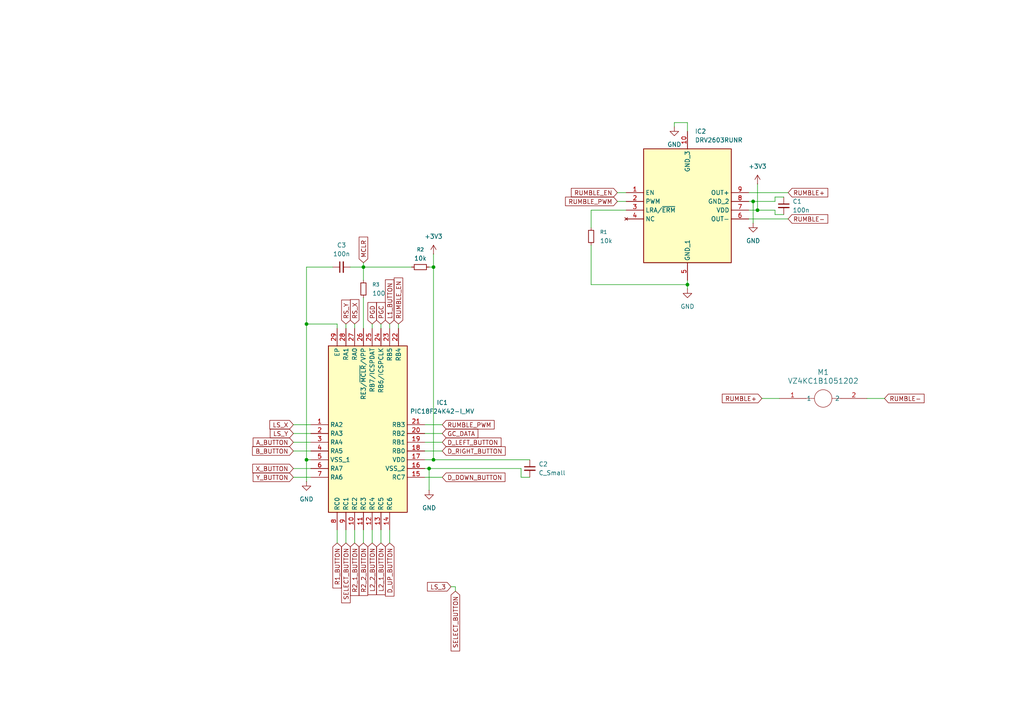
<source format=kicad_sch>
(kicad_sch (version 20250114) (generator "eeschema") (generator_version "9.0")
  (paper "A4")
  (lib_symbols
    (symbol "2025-07-19_18-08-26:VZ4KC1B1051202" (pin_names (offset 0.254))
      (property "Reference" "M" (at 12.7 7.62 0))
      (property "Value" "VZ4KC1B1051202" (at 12.7 5.08 0))
      (symbol "VZ4KC1B1051202_0_1"
        (polyline (pts (xy 7.62 0) (xy 10.16 0)) (stroke (width 0.127)))
        (circle (center 12.7 0) (radius 2.54) (stroke (width 0.127)))
        (polyline (pts (xy 15.24 0) (xy 17.78 0)) (stroke (width 0.127)))
        (pin unspecified line (at 0 0 0) (length 7.62) (name "1") (number "1"))
        (pin unspecified line (at 25.4 0 180) (length 7.62) (name "2") (number "2"))
      )
    )
    (symbol "Device:C_Small" (pin_numbers (hide yes)) (pin_names (offset 0.254) (hide yes))
      (property "Reference" "C" (at 0.254 1.778 0))
      (property "Value" "C_Small" (at 0.254 -2.032 0))
      (symbol "C_Small_0_1"
        (polyline (pts (xy -1.524 0.508) (xy 1.524 0.508)) (stroke (width 0.3048)))
        (polyline (pts (xy -1.524 -0.508) (xy 1.524 -0.508)) (stroke (width 0.3302)))
      )
      (symbol "C_Small_1_1"
        (pin passive line (at 0 2.54 270) (length 2.032) (name "~") (number "1"))
        (pin passive line (at 0 -2.54 90) (length 2.032) (name "~") (number "2"))
      )
    )
    (symbol "Device:R_Small" (pin_numbers (hide yes)) (pin_names (offset 0.254) (hide yes))
      (property "Reference" "R" (at 0 0 90))
      (property "Value" "R_Small" (at 1.778 0 90))
      (symbol "R_Small_0_1"
        (rectangle (start -0.762 1.778) (end 0.762 -1.778) (stroke (width 0.2032)))
      )
      (symbol "R_Small_1_1"
        (pin passive line (at 0 2.54 270) (length 0.762) (name "~") (number "1"))
        (pin passive line (at 0 -2.54 90) (length 0.762) (name "~") (number "2"))
      )
    )
    (symbol "SamacSys_Parts:DRV2603RUNR"
      (property "Reference" "IC" (at 31.75 17.78 0))
      (property "Value" "DRV2603RUNR" (at 31.75 15.24 0))
      (symbol "DRV2603RUNR_1_1"
        (rectangle (start 5.08 12.7) (end 30.48 -20.32) (stroke (width 0.254)) (fill (type background)))
        (pin input line (at 0 0 0) (length 5.08) (name "EN") (number "1"))
        (pin input line (at 0 -2.54 0) (length 5.08) (name "PWM") (number "2"))
        (pin input line (at 0 -5.08 0) (length 5.08) (name "LRA/~{ERM}") (number "3"))
        (pin no_connect line (at 0 -7.62 0) (length 5.08) (name "NC") (number "4"))
        (pin power_in line (at 17.78 17.78 270) (length 5.08) (name "GND_3") (number "10"))
        (pin power_in line (at 17.78 -25.4 90) (length 5.08) (name "GND_1") (number "5"))
        (pin output line (at 35.56 0 180) (length 5.08) (name "OUT+") (number "9"))
        (pin power_in line (at 35.56 -2.54 180) (length 5.08) (name "GND_2") (number "8"))
        (pin power_in line (at 35.56 -5.08 180) (length 5.08) (name "VDD") (number "7"))
        (pin output line (at 35.56 -7.62 180) (length 5.08) (name "OUT-") (number "6"))
      )
    )
    (symbol "SamacSys_Parts:PIC18F24K42-I_MV"
      (property "Reference" "IC" (at 29.21 27.94 0))
      (property "Value" "PIC18F24K42-I_MV" (at 29.21 25.4 0))
      (symbol "PIC18F24K42-I_MV_1_1"
        (rectangle (start 5.08 22.86) (end 27.94 -25.4) (stroke (width 0.254)) (fill (type background)))
        (pin passive line (at 0 0 0) (length 5.08) (name "RA2") (number "1"))
        (pin passive line (at 0 -2.54 0) (length 5.08) (name "RA3") (number "2"))
        (pin passive line (at 0 -5.08 0) (length 5.08) (name "RA4") (number "3"))
        (pin passive line (at 0 -7.62 0) (length 5.08) (name "RA5") (number "4"))
        (pin passive line (at 0 -10.16 0) (length 5.08) (name "VSS_1") (number "5"))
        (pin passive line (at 0 -12.7 0) (length 5.08) (name "RA7") (number "6"))
        (pin passive line (at 0 -15.24 0) (length 5.08) (name "RA6") (number "7"))
        (pin passive line (at 7.62 27.94 270) (length 5.08) (name "EP") (number "29"))
        (pin passive line (at 7.62 -30.48 90) (length 5.08) (name "RC0") (number "8"))
        (pin passive line (at 10.16 27.94 270) (length 5.08) (name "RA1") (number "28"))
        (pin passive line (at 10.16 -30.48 90) (length 5.08) (name "RC1") (number "9"))
        (pin passive line (at 12.7 27.94 270) (length 5.08) (name "RA0") (number "27"))
        (pin passive line (at 12.7 -30.48 90) (length 5.08) (name "RC2") (number "10"))
        (pin passive line (at 15.24 27.94 270) (length 5.08) (name "RE3/~{MCLR}/VPP") (number "26"))
        (pin passive line (at 15.24 -30.48 90) (length 5.08) (name "RC3") (number "11"))
        (pin passive line (at 17.78 27.94 270) (length 5.08) (name "RB7/ICSPDAT") (number "25"))
        (pin passive line (at 17.78 -30.48 90) (length 5.08) (name "RC4") (number "12"))
        (pin passive line (at 20.32 27.94 270) (length 5.08) (name "RB6/ICSPCLK") (number "24"))
        (pin passive line (at 20.32 -30.48 90) (length 5.08) (name "RC5") (number "13"))
        (pin passive line (at 22.86 27.94 270) (length 5.08) (name "RB5") (number "23"))
        (pin passive line (at 22.86 -30.48 90) (length 5.08) (name "RC6") (number "14"))
        (pin passive line (at 25.4 27.94 270) (length 5.08) (name "RB4") (number "22"))
        (pin passive line (at 33.02 0 180) (length 5.08) (name "RB3") (number "21"))
        (pin passive line (at 33.02 -2.54 180) (length 5.08) (name "RB2") (number "20"))
        (pin passive line (at 33.02 -5.08 180) (length 5.08) (name "RB1") (number "19"))
        (pin passive line (at 33.02 -7.62 180) (length 5.08) (name "RB0") (number "18"))
        (pin passive line (at 33.02 -10.16 180) (length 5.08) (name "VDD") (number "17"))
        (pin passive line (at 33.02 -12.7 180) (length 5.08) (name "VSS_2") (number "16"))
        (pin passive line (at 33.02 -15.24 180) (length 5.08) (name "RC7") (number "15"))
      )
    )
    (symbol "power:+3V3" (power) (pin_numbers (hide yes)) (pin_names (offset 0) (hide yes))
      (property "Value" "+3V3" (at 0 3.556 0))
      (symbol "+3V3_0_1"
        (polyline (pts (xy -0.762 1.27) (xy 0 2.54)))
        (polyline (pts (xy 0 2.54) (xy 0.762 1.27)))
        (polyline (pts (xy 0 0) (xy 0 2.54)))
      )
      (symbol "+3V3_1_1"
        (pin power_in line (at 0 0 90) (length 0) (name "~") (number "1"))
      )
    )
    (symbol "power:GND" (power) (pin_numbers (hide yes)) (pin_names (offset 0) (hide yes))
      (property "Value" "GND" (at 0 -3.81 0))
      (symbol "GND_0_1"
        (polyline (pts (xy 0 0) (xy 0 -1.27) (xy 1.27 -1.27) (xy 0 -2.54) (xy -1.27 -1.27) (xy 0 -1.27)))
      )
      (symbol "GND_1_1"
        (pin power_in line (at 0 0 270) (length 0) (name "~") (number "1"))
      )
    )
  )
  (junction (at 88.9 133.35))
  (junction (at 125.73 77.47))
  (junction (at 125.73 133.35))
  (junction (at 219.71 60.96))
  (junction (at 124.46 135.89))
  (junction (at 199.39 82.55))
  (junction (at 88.9 93.98))
  (junction (at 218.44 58.42))
  (junction (at 105.41 77.47))
  (wire (pts (xy 224.79 57.15) (xy 227.33 57.15)))
  (wire (pts (xy 128.27 130.81) (xy 123.19 130.81)))
  (wire (pts (xy 220.98 115.57) (xy 226.06 115.57)))
  (wire (pts (xy 171.45 60.96) (xy 171.45 66.04)))
  (wire (pts (xy 85.09 130.81) (xy 90.17 130.81)))
  (wire (pts (xy 217.17 60.96) (xy 219.71 60.96)))
  (wire (pts (xy 181.61 60.96) (xy 171.45 60.96)))
  (wire (pts (xy 199.39 35.56) (xy 195.58 35.56)))
  (wire (pts (xy 217.17 55.88) (xy 228.6 55.88)))
  (wire (pts (xy 88.9 93.98) (xy 88.9 133.35)))
  (wire (pts (xy 85.09 128.27) (xy 90.17 128.27)))
  (wire (pts (xy 128.27 128.27) (xy 123.19 128.27)))
  (wire (pts (xy 85.09 138.43) (xy 90.17 138.43)))
  (wire (pts (xy 256.54 115.57) (xy 251.46 115.57)))
  (wire (pts (xy 113.03 157.48) (xy 113.03 153.67)))
  (wire (pts (xy 100.33 157.48) (xy 100.33 153.67)))
  (wire (pts (xy 224.79 58.42) (xy 224.79 57.15)))
  (wire (pts (xy 125.73 133.35) (xy 123.19 133.35)))
  (wire (pts (xy 88.9 133.35) (xy 90.17 133.35)))
  (wire (pts (xy 124.46 77.47) (xy 125.73 77.47)))
  (wire (pts (xy 88.9 139.7) (xy 88.9 133.35)))
  (wire (pts (xy 97.79 157.48) (xy 97.79 153.67)))
  (wire (pts (xy 110.49 93.98) (xy 110.49 95.25)))
  (wire (pts (xy 85.09 125.73) (xy 90.17 125.73)))
  (wire (pts (xy 124.46 142.24) (xy 124.46 135.89)))
  (wire (pts (xy 97.79 95.25) (xy 97.79 93.98)))
  (wire (pts (xy 105.41 86.36) (xy 105.41 95.25)))
  (wire (pts (xy 218.44 58.42) (xy 224.79 58.42)))
  (wire (pts (xy 179.07 58.42) (xy 181.61 58.42)))
  (wire (pts (xy 128.27 125.73) (xy 123.19 125.73)))
  (wire (pts (xy 199.39 81.28) (xy 199.39 82.55)))
  (wire (pts (xy 132.08 170.18) (xy 132.08 171.45)))
  (wire (pts (xy 125.73 77.47) (xy 125.73 133.35)))
  (wire (pts (xy 113.03 93.98) (xy 113.03 95.25)))
  (wire (pts (xy 218.44 58.42) (xy 218.44 64.77)))
  (wire (pts (xy 128.27 123.19) (xy 123.19 123.19)))
  (wire (pts (xy 105.41 77.47) (xy 105.41 81.28)))
  (wire (pts (xy 107.95 157.48) (xy 107.95 153.67)))
  (wire (pts (xy 130.81 170.18) (xy 132.08 170.18)))
  (wire (pts (xy 97.79 93.98) (xy 88.9 93.98)))
  (wire (pts (xy 124.46 135.89) (xy 123.19 135.89)))
  (wire (pts (xy 85.09 135.89) (xy 90.17 135.89)))
  (wire (pts (xy 102.87 93.98) (xy 102.87 95.25)))
  (wire (pts (xy 105.41 77.47) (xy 119.38 77.47)))
  (wire (pts (xy 153.67 138.43) (xy 151.13 138.43)))
  (wire (pts (xy 110.49 157.48) (xy 110.49 153.67)))
  (wire (pts (xy 124.46 135.89) (xy 151.13 135.89)))
  (wire (pts (xy 105.41 157.48) (xy 105.41 153.67)))
  (wire (pts (xy 199.39 83.82) (xy 199.39 82.55)))
  (wire (pts (xy 96.52 77.47) (xy 88.9 77.47)))
  (wire (pts (xy 107.95 93.98) (xy 107.95 95.25)))
  (wire (pts (xy 224.79 60.96) (xy 224.79 62.23)))
  (wire (pts (xy 151.13 138.43) (xy 151.13 135.89)))
  (wire (pts (xy 101.6 77.47) (xy 105.41 77.47)))
  (wire (pts (xy 105.41 76.2) (xy 105.41 77.47)))
  (wire (pts (xy 171.45 82.55) (xy 199.39 82.55)))
  (wire (pts (xy 88.9 77.47) (xy 88.9 93.98)))
  (wire (pts (xy 195.58 35.56) (xy 195.58 36.83)))
  (wire (pts (xy 171.45 71.12) (xy 171.45 82.55)))
  (wire (pts (xy 125.73 133.35) (xy 153.67 133.35)))
  (wire (pts (xy 219.71 53.34) (xy 219.71 60.96)))
  (wire (pts (xy 219.71 60.96) (xy 224.79 60.96)))
  (wire (pts (xy 115.57 93.98) (xy 115.57 95.25)))
  (wire (pts (xy 125.73 73.66) (xy 125.73 77.47)))
  (wire (pts (xy 85.09 123.19) (xy 90.17 123.19)))
  (wire (pts (xy 224.79 62.23) (xy 227.33 62.23)))
  (wire (pts (xy 199.39 38.1) (xy 199.39 35.56)))
  (wire (pts (xy 179.07 55.88) (xy 181.61 55.88)))
  (wire (pts (xy 102.87 157.48) (xy 102.87 153.67)))
  (wire (pts (xy 128.27 138.43) (xy 123.19 138.43)))
  (wire (pts (xy 217.17 63.5) (xy 228.6 63.5)))
  (wire (pts (xy 100.33 93.98) (xy 100.33 95.25)))
  (wire (pts (xy 217.17 58.42) (xy 218.44 58.42)))
  (global_label "D_UP_BUTTON" (shape input) (at 113.03 157.48 270) (property "Intersheetrefs" "${INTERSHEET_REFS}" (effects (hide yes))))
  (global_label "RUMBLE-" (shape input) (at 256.54 115.57 0) (property "Intersheetrefs" "${INTERSHEET_REFS}" (effects (hide yes))))
  (global_label "RUMBLE+" (shape input) (at 220.98 115.57 180) (property "Intersheetrefs" "${INTERSHEET_REFS}" (effects (hide yes))))
  (global_label "D_DOWN_BUTTON" (shape input) (at 128.27 138.43 0) (property "Intersheetrefs" "${INTERSHEET_REFS}" (effects (hide yes))))
  (global_label "Y_BUTTON" (shape input) (at 85.09 138.43 180) (property "Intersheetrefs" "${INTERSHEET_REFS}" (effects (hide yes))))
  (global_label "SELECT_BUTTON" (shape input) (at 100.33 157.48 270) (property "Intersheetrefs" "${INTERSHEET_REFS}" (effects (hide yes))))
  (global_label "L1_BUTTON" (shape input) (at 113.03 93.98 90) (property "Intersheetrefs" "${INTERSHEET_REFS}" (effects (hide yes))))
  (global_label "R2_1_BUTTON" (shape input) (at 102.87 157.48 270) (property "Intersheetrefs" "${INTERSHEET_REFS}" (effects (hide yes))))
  (global_label "B_BUTTON" (shape input) (at 85.09 130.81 180) (property "Intersheetrefs" "${INTERSHEET_REFS}" (effects (hide yes))))
  (global_label "R2_2_BUTTON" (shape input) (at 105.41 157.48 270) (property "Intersheetrefs" "${INTERSHEET_REFS}" (effects (hide yes))))
  (global_label "PGC" (shape input) (at 110.49 93.98 90) (property "Intersheetrefs" "${INTERSHEET_REFS}" (effects (hide yes))))
  (global_label "RUMBLE_PWM" (shape input) (at 128.27 123.19 0) (property "Intersheetrefs" "${INTERSHEET_REFS}" (effects (hide yes))))
  (global_label "X_BUTTON" (shape input) (at 85.09 135.89 180) (property "Intersheetrefs" "${INTERSHEET_REFS}" (effects (hide yes))))
  (global_label "D_RIGHT_BUTTON" (shape input) (at 128.27 130.81 0) (property "Intersheetrefs" "${INTERSHEET_REFS}" (effects (hide yes))))
  (global_label "SELECT_BUTTON" (shape input) (at 132.08 171.45 270) (property "Intersheetrefs" "${INTERSHEET_REFS}" (effects (hide yes))))
  (global_label "R1_BUTTON" (shape input) (at 97.79 157.48 270) (property "Intersheetrefs" "${INTERSHEET_REFS}" (effects (hide yes))))
  (global_label "LS_X" (shape input) (at 85.09 123.19 180) (property "Intersheetrefs" "${INTERSHEET_REFS}" (effects (hide yes))))
  (global_label "L2_2_BUTTON" (shape input) (at 107.95 157.48 270) (property "Intersheetrefs" "${INTERSHEET_REFS}" (effects (hide yes))))
  (global_label "RUMBLE_PWM" (shape input) (at 179.07 58.42 180) (property "Intersheetrefs" "${INTERSHEET_REFS}" (effects (hide yes))))
  (global_label "RS_X" (shape input) (at 102.87 93.98 90) (property "Intersheetrefs" "${INTERSHEET_REFS}" (effects (hide yes))))
  (global_label "LS_3" (shape input) (at 130.81 170.18 180) (property "Intersheetrefs" "${INTERSHEET_REFS}" (effects (hide yes))))
  (global_label "RUMBLE-" (shape input) (at 228.6 63.5 0) (property "Intersheetrefs" "${INTERSHEET_REFS}" (effects (hide yes))))
  (global_label "GC_DATA" (shape input) (at 128.27 125.73 0) (property "Intersheetrefs" "${INTERSHEET_REFS}" (effects (hide yes))))
  (global_label "RUMBLE_EN" (shape input) (at 115.57 93.98 90) (property "Intersheetrefs" "${INTERSHEET_REFS}" (effects (hide yes))))
  (global_label "RUMBLE+" (shape input) (at 228.6 55.88 0) (property "Intersheetrefs" "${INTERSHEET_REFS}" (effects (hide yes))))
  (global_label "A_BUTTON" (shape input) (at 85.09 128.27 180) (property "Intersheetrefs" "${INTERSHEET_REFS}" (effects (hide yes))))
  (global_label "LS_Y" (shape input) (at 85.09 125.73 180) (property "Intersheetrefs" "${INTERSHEET_REFS}" (effects (hide yes))))
  (global_label "MCLR" (shape input) (at 105.41 76.2 90) (property "Intersheetrefs" "${INTERSHEET_REFS}" (effects (hide yes))))
  (global_label "RUMBLE_EN" (shape input) (at 179.07 55.88 180) (property "Intersheetrefs" "${INTERSHEET_REFS}" (effects (hide yes))))
  (global_label "PGD" (shape input) (at 107.95 93.98 90) (property "Intersheetrefs" "${INTERSHEET_REFS}" (effects (hide yes))))
  (global_label "L2_1_BUTTON" (shape input) (at 110.49 157.48 270) (property "Intersheetrefs" "${INTERSHEET_REFS}" (effects (hide yes))))
  (global_label "RS_Y" (shape input) (at 100.33 93.98 90) (property "Intersheetrefs" "${INTERSHEET_REFS}" (effects (hide yes))))
  (global_label "D_LEFT_BUTTON" (shape input) (at 128.27 128.27 0) (property "Intersheetrefs" "${INTERSHEET_REFS}" (effects (hide yes))))
  (symbol (lib_id "power:+3V3") (at 219.71 53.34 0) (unit 1)
    (property "Reference" "#PWR04" (effects (hide yes)))
    (property "Value" "+3V3" (at 219.71 48.26 0))
    (property "Description" "Power symbol creates a global label with name \"+3V3\"" (effects (hide yes)))
  )
  (symbol (lib_id "SamacSys_Parts:PIC18F24K42-I_MV") (at 90.17 123.19 0) (unit 1)
    (property "Reference" "IC1" (at 128.27 116.7698 0))
    (property "Value" "PIC18F24K42-I_MV" (at 128.27 119.3098 0))
    (property "Footprint" "SamacSys_Parts:QFN40P400X400X55-29N-D" (effects (hide yes)))
    (property "Datasheet" "https://www.arrow.com/en/products/pic18f24k42-imv/microchip-technology?region=nac" (effects (hide yes)))
    (property "Description" "8-bit Microcontrollers - MCU 16KB Flash, 1KB RAM, 256B EEPROM, 12-bit ADC2, Vector Interrupts, DMA, MAP, DIA, DAC, Comp, PWM, CWG, HLT, WWDT, SCAN/CRC, ZCD, PPS, UART, SPI/I2C, IDLE/DOZE/PMD" (effects (hide yes)))
    (property "Height" "0.55" (effects (hide yes)))
    (property "Mouser Part Number" "579-PIC18F24K42-I/MV" (effects (hide yes)))
    (property "Mouser Price/Stock" "https://www.mouser.co.uk/ProductDetail/Microchip-Technology/PIC18F24K42-I-MV?qs=IP4CA2YhK0D%252B%252B9J965U9dw%3D%3D" (effects (hide yes)))
    (property "Manufacturer_Name" "Microchip" (effects (hide yes)))
    (property "Manufacturer_Part_Number" "PIC18F24K42-I/MV" (effects (hide yes)))
  )
  (symbol (lib_id "power:GND") (at 88.9 139.7 0) (unit 1)
    (property "Reference" "#PWR02" (effects (hide yes)))
    (property "Value" "GND" (at 88.9 144.78 0))
    (property "Description" "Power symbol creates a global label with name \"GND\" , ground" (effects (hide yes)))
  )
  (symbol (lib_id "Device:R_Small") (at 121.92 77.47 90) (unit 1)
    (property "Reference" "R2" (at 121.92 72.39 90) (effects (font (size 1.016 1.016))))
    (property "Value" "10k" (at 121.92 74.93 90))
    (property "Footprint" "Resistor_SMD:R_0402_1005Metric" (effects (hide yes)))
    (property "Description" "Resistor, small symbol" (effects (hide yes)))
  )
  (symbol (lib_id "Device:C_Small") (at 153.67 135.89 0) (unit 1)
    (property "Reference" "C2" (at 156.21 134.6262 0) (effects (justify left)))
    (property "Value" "C_Small" (at 156.21 137.1662 0) (effects (justify left)))
    (property "Footprint" "Capacitor_SMD:C_0402_1005Metric" (effects (hide yes)))
    (property "Description" "Unpolarized capacitor, small symbol" (effects (hide yes)))
  )
  (symbol (lib_id "SamacSys_Parts:DRV2603RUNR") (at 181.61 55.88 0) (unit 1)
    (property "Reference" "IC2" (at 201.5333 38.1 0) (effects (justify left)))
    (property "Value" "DRV2603RUNR" (at 201.5333 40.64 0) (effects (justify left)))
    (property "Footprint" "SamacSys_Parts:QFN50P200X200X80-10N-D" (effects (hide yes)))
    (property "Datasheet" "http://www.ti.com/lit/gpn/drv2603" (effects (hide yes)))
    (property "Description" "Haptic Driver with Auto Resonance Tracking for LRA and Optimized Drive for ERM" (effects (hide yes)))
    (property "Height" "0.8" (effects (hide yes)))
    (property "Mouser Part Number" "595-DRV2603RUNR" (effects (hide yes)))
    (property "Mouser Price/Stock" "https://www.mouser.co.uk/ProductDetail/Texas-Instruments/DRV2603RUNR?qs=l6ZoeTYLMwNhoGl8Q31%2FaA%3D%3D" (effects (hide yes)))
    (property "Manufacturer_Name" "Texas Instruments" (effects (hide yes)))
    (property "Manufacturer_Part_Number" "DRV2603RUNR" (effects (hide yes)))
  )
  (symbol (lib_id "power:GND") (at 195.58 36.83 0) (unit 1)
    (property "Reference" "#PWR07" (effects (hide yes)))
    (property "Value" "GND" (at 195.58 41.91 0))
    (property "Description" "Power symbol creates a global label with name \"GND\" , ground" (effects (hide yes)))
  )
  (symbol (lib_id "power:GND") (at 124.46 142.24 0) (unit 1)
    (property "Reference" "#PWR01" (effects (hide yes)))
    (property "Value" "GND" (at 124.46 147.32 0))
    (property "Description" "Power symbol creates a global label with name \"GND\" , ground" (effects (hide yes)))
  )
  (symbol (lib_id "2025-07-19_18-08-26:VZ4KC1B1051202") (at 226.06 115.57 0) (unit 1)
    (property "Reference" "M1" (at 238.76 107.95 0) (effects (font (size 1.524 1.524))))
    (property "Value" "VZ4KC1B1051202" (at 238.76 110.49 0) (effects (font (size 1.524 1.524))))
    (property "Footprint" "RoseDaggerDev:VZ4KC1B1051202_VYB" (effects (hide yes)))
    (property "Datasheet" "VZ4KC1B1051202" (effects (hide yes)))
  )
  (symbol (lib_id "Device:R_Small") (at 105.41 83.82 0) (unit 1)
    (property "Reference" "R3" (at 107.95 82.5499 0) (effects (font (size 1.016 1.016)) (justify left)))
    (property "Value" "100" (at 107.95 85.0899 0) (effects (justify left)))
    (property "Footprint" "Resistor_SMD:R_0402_1005Metric" (effects (hide yes)))
    (property "Description" "Resistor, small symbol" (effects (hide yes)))
  )
  (symbol (lib_id "power:+3V3") (at 125.73 73.66 0) (unit 1)
    (property "Reference" "#PWR03" (effects (hide yes)))
    (property "Value" "+3V3" (at 125.73 68.58 0))
    (property "Description" "Power symbol creates a global label with name \"+3V3\"" (effects (hide yes)))
  )
  (symbol (lib_id "Device:C_Small") (at 227.33 59.69 0) (unit 1)
    (property "Reference" "C1" (at 229.87 58.4262 0) (effects (justify left)))
    (property "Value" "100n" (at 229.87 60.9662 0) (effects (justify left)))
    (property "Footprint" "Capacitor_SMD:C_0402_1005Metric" (effects (hide yes)))
    (property "Description" "Unpolarized capacitor, small symbol" (effects (hide yes)))
  )
  (symbol (lib_id "power:GND") (at 218.44 64.77 0) (unit 1)
    (property "Reference" "#PWR05" (effects (hide yes)))
    (property "Value" "GND" (at 218.44 69.85 0))
    (property "Description" "Power symbol creates a global label with name \"GND\" , ground" (effects (hide yes)))
  )
  (symbol (lib_id "power:GND") (at 199.39 83.82 0) (unit 1)
    (property "Reference" "#PWR06" (effects (hide yes)))
    (property "Value" "GND" (at 199.39 88.9 0))
    (property "Description" "Power symbol creates a global label with name \"GND\" , ground" (effects (hide yes)))
  )
  (symbol (lib_id "Device:R_Small") (at 171.45 68.58 0) (unit 1)
    (property "Reference" "R1" (at 173.99 67.3099 0) (effects (font (size 1.016 1.016)) (justify left)))
    (property "Value" "10k" (at 173.99 69.8499 0) (effects (justify left)))
    (property "Footprint" "Resistor_SMD:R_0402_1005Metric" (effects (hide yes)))
    (property "Description" "Resistor, small symbol" (effects (hide yes)))
  )
  (symbol (lib_id "Device:C_Small") (at 99.06 77.47 90) (unit 1)
    (property "Reference" "C3" (at 99.0663 71.12 90))
    (property "Value" "100n" (at 99.0663 73.66 90))
    (property "Footprint" "Capacitor_SMD:C_0402_1005Metric" (effects (hide yes)))
    (property "Description" "Unpolarized capacitor, small symbol" (effects (hide yes)))
  )
)
</source>
